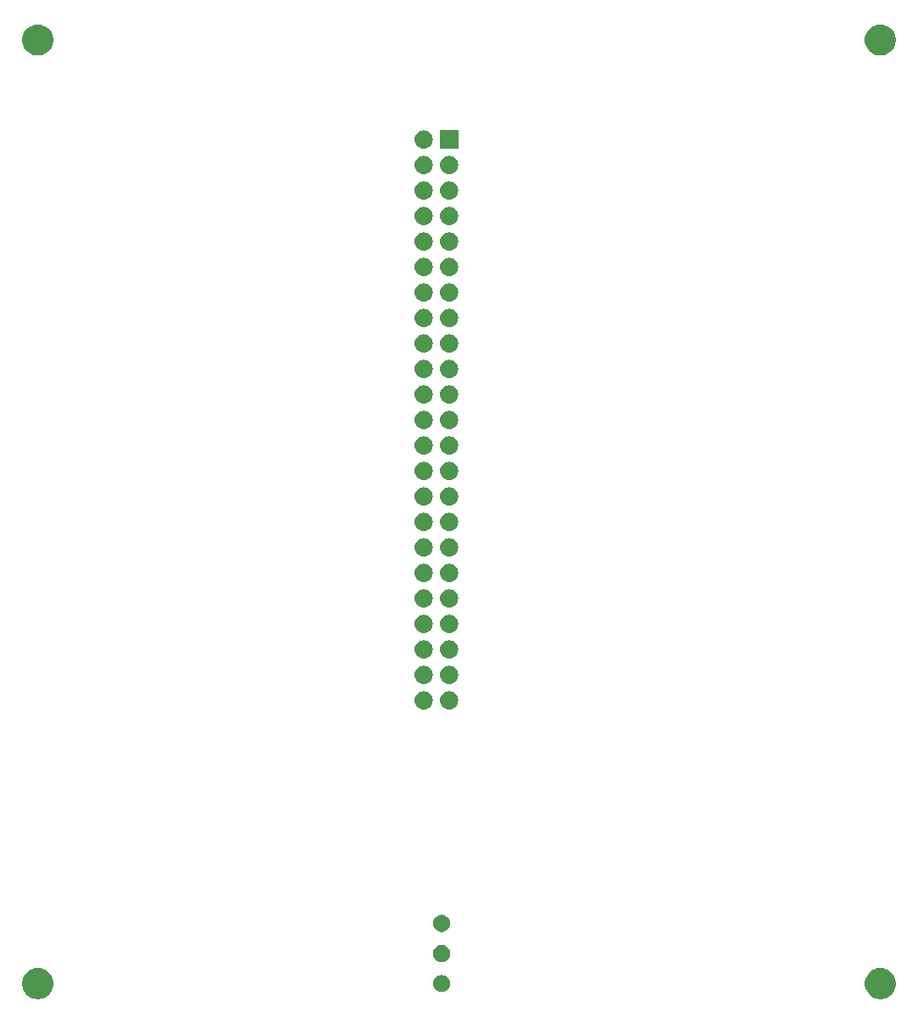
<source format=gbr>
G04 #@! TF.GenerationSoftware,KiCad,Pcbnew,(5.1.0-0)*
G04 #@! TF.CreationDate,2019-05-29T01:55:44-04:00*
G04 #@! TF.ProjectId,MacBook Pro 2016-up Data Recovery Breakout Adapter,4d616342-6f6f-46b2-9050-726f20323031,rev?*
G04 #@! TF.SameCoordinates,Original*
G04 #@! TF.FileFunction,Soldermask,Bot*
G04 #@! TF.FilePolarity,Negative*
%FSLAX46Y46*%
G04 Gerber Fmt 4.6, Leading zero omitted, Abs format (unit mm)*
G04 Created by KiCad (PCBNEW (5.1.0-0)) date 2019-05-29 01:55:44*
%MOMM*%
%LPD*%
G04 APERTURE LIST*
%ADD10C,0.100000*%
G04 APERTURE END LIST*
D10*
G36*
X192302585Y-134478802D02*
G01*
X192452411Y-134508604D01*
X192734677Y-134625522D01*
X192988705Y-134795259D01*
X193204741Y-135011295D01*
X193374478Y-135265323D01*
X193491396Y-135547589D01*
X193551000Y-135847241D01*
X193551000Y-136152759D01*
X193491396Y-136452411D01*
X193374478Y-136734677D01*
X193204741Y-136988705D01*
X192988705Y-137204741D01*
X192734677Y-137374478D01*
X192452411Y-137491396D01*
X192302585Y-137521198D01*
X192152760Y-137551000D01*
X191847240Y-137551000D01*
X191697415Y-137521198D01*
X191547589Y-137491396D01*
X191265323Y-137374478D01*
X191011295Y-137204741D01*
X190795259Y-136988705D01*
X190625522Y-136734677D01*
X190508604Y-136452411D01*
X190449000Y-136152759D01*
X190449000Y-135847241D01*
X190508604Y-135547589D01*
X190625522Y-135265323D01*
X190795259Y-135011295D01*
X191011295Y-134795259D01*
X191265323Y-134625522D01*
X191547589Y-134508604D01*
X191697415Y-134478802D01*
X191847240Y-134449000D01*
X192152760Y-134449000D01*
X192302585Y-134478802D01*
X192302585Y-134478802D01*
G37*
G36*
X108302585Y-134478802D02*
G01*
X108452411Y-134508604D01*
X108734677Y-134625522D01*
X108988705Y-134795259D01*
X109204741Y-135011295D01*
X109374478Y-135265323D01*
X109491396Y-135547589D01*
X109551000Y-135847241D01*
X109551000Y-136152759D01*
X109491396Y-136452411D01*
X109374478Y-136734677D01*
X109204741Y-136988705D01*
X108988705Y-137204741D01*
X108734677Y-137374478D01*
X108452411Y-137491396D01*
X108302585Y-137521198D01*
X108152760Y-137551000D01*
X107847240Y-137551000D01*
X107697415Y-137521198D01*
X107547589Y-137491396D01*
X107265323Y-137374478D01*
X107011295Y-137204741D01*
X106795259Y-136988705D01*
X106625522Y-136734677D01*
X106508604Y-136452411D01*
X106449000Y-136152759D01*
X106449000Y-135847241D01*
X106508604Y-135547589D01*
X106625522Y-135265323D01*
X106795259Y-135011295D01*
X107011295Y-134795259D01*
X107265323Y-134625522D01*
X107547589Y-134508604D01*
X107697415Y-134478802D01*
X107847240Y-134449000D01*
X108152760Y-134449000D01*
X108302585Y-134478802D01*
X108302585Y-134478802D01*
G37*
G36*
X148416022Y-135165351D02*
G01*
X148498228Y-135181703D01*
X148653100Y-135245853D01*
X148653102Y-135245854D01*
X148792481Y-135338984D01*
X148911016Y-135457519D01*
X149004146Y-135596898D01*
X149068297Y-135751773D01*
X149101000Y-135916183D01*
X149101000Y-136083817D01*
X149068297Y-136248227D01*
X149004146Y-136403102D01*
X148911016Y-136542481D01*
X148792481Y-136661016D01*
X148653102Y-136754146D01*
X148653101Y-136754147D01*
X148653100Y-136754147D01*
X148498228Y-136818297D01*
X148416022Y-136834648D01*
X148333817Y-136851000D01*
X148166183Y-136851000D01*
X148083978Y-136834648D01*
X148001772Y-136818297D01*
X147846900Y-136754147D01*
X147846899Y-136754147D01*
X147846898Y-136754146D01*
X147707519Y-136661016D01*
X147588984Y-136542481D01*
X147495854Y-136403102D01*
X147431703Y-136248227D01*
X147399000Y-136083817D01*
X147399000Y-135916183D01*
X147431703Y-135751773D01*
X147495854Y-135596898D01*
X147588984Y-135457519D01*
X147707519Y-135338984D01*
X147846898Y-135245854D01*
X147846900Y-135245853D01*
X148001772Y-135181703D01*
X148083978Y-135165351D01*
X148166183Y-135149000D01*
X148333817Y-135149000D01*
X148416022Y-135165351D01*
X148416022Y-135165351D01*
G37*
G36*
X148416022Y-132165351D02*
G01*
X148498228Y-132181703D01*
X148653100Y-132245853D01*
X148653102Y-132245854D01*
X148792481Y-132338984D01*
X148911016Y-132457519D01*
X149004146Y-132596898D01*
X149068297Y-132751773D01*
X149101000Y-132916183D01*
X149101000Y-133083817D01*
X149068297Y-133248227D01*
X149004146Y-133403102D01*
X148911016Y-133542481D01*
X148792481Y-133661016D01*
X148653102Y-133754146D01*
X148653101Y-133754147D01*
X148653100Y-133754147D01*
X148498228Y-133818297D01*
X148416022Y-133834649D01*
X148333817Y-133851000D01*
X148166183Y-133851000D01*
X148083978Y-133834649D01*
X148001772Y-133818297D01*
X147846900Y-133754147D01*
X147846899Y-133754147D01*
X147846898Y-133754146D01*
X147707519Y-133661016D01*
X147588984Y-133542481D01*
X147495854Y-133403102D01*
X147431703Y-133248227D01*
X147399000Y-133083817D01*
X147399000Y-132916183D01*
X147431703Y-132751773D01*
X147495854Y-132596898D01*
X147588984Y-132457519D01*
X147707519Y-132338984D01*
X147846898Y-132245854D01*
X147846900Y-132245853D01*
X148001772Y-132181703D01*
X148083978Y-132165351D01*
X148166183Y-132149000D01*
X148333817Y-132149000D01*
X148416022Y-132165351D01*
X148416022Y-132165351D01*
G37*
G36*
X148416022Y-129165351D02*
G01*
X148498228Y-129181703D01*
X148653100Y-129245853D01*
X148653102Y-129245854D01*
X148792481Y-129338984D01*
X148911016Y-129457519D01*
X149004146Y-129596898D01*
X149068297Y-129751773D01*
X149101000Y-129916183D01*
X149101000Y-130083817D01*
X149068297Y-130248227D01*
X149004146Y-130403102D01*
X148911016Y-130542481D01*
X148792481Y-130661016D01*
X148653102Y-130754146D01*
X148653101Y-130754147D01*
X148653100Y-130754147D01*
X148498228Y-130818297D01*
X148416022Y-130834649D01*
X148333817Y-130851000D01*
X148166183Y-130851000D01*
X148083978Y-130834649D01*
X148001772Y-130818297D01*
X147846900Y-130754147D01*
X147846899Y-130754147D01*
X147846898Y-130754146D01*
X147707519Y-130661016D01*
X147588984Y-130542481D01*
X147495854Y-130403102D01*
X147431703Y-130248227D01*
X147399000Y-130083817D01*
X147399000Y-129916183D01*
X147431703Y-129751773D01*
X147495854Y-129596898D01*
X147588984Y-129457519D01*
X147707519Y-129338984D01*
X147846898Y-129245854D01*
X147846900Y-129245853D01*
X148001772Y-129181703D01*
X148083978Y-129165351D01*
X148166183Y-129149000D01*
X148333817Y-129149000D01*
X148416022Y-129165351D01*
X148416022Y-129165351D01*
G37*
G36*
X149176627Y-106892037D02*
G01*
X149346466Y-106943557D01*
X149346469Y-106943559D01*
X149346470Y-106943559D01*
X149502988Y-107027220D01*
X149502989Y-107027221D01*
X149502991Y-107027222D01*
X149640185Y-107139815D01*
X149752778Y-107277009D01*
X149836443Y-107433534D01*
X149887963Y-107603373D01*
X149905359Y-107780000D01*
X149887963Y-107956627D01*
X149836443Y-108126466D01*
X149752778Y-108282991D01*
X149640185Y-108420185D01*
X149502991Y-108532778D01*
X149502989Y-108532779D01*
X149502988Y-108532780D01*
X149346470Y-108616441D01*
X149346466Y-108616443D01*
X149176627Y-108667963D01*
X149044258Y-108681000D01*
X148955742Y-108681000D01*
X148823373Y-108667963D01*
X148653534Y-108616443D01*
X148653530Y-108616441D01*
X148497012Y-108532780D01*
X148497011Y-108532779D01*
X148497009Y-108532778D01*
X148359815Y-108420185D01*
X148247222Y-108282991D01*
X148163557Y-108126466D01*
X148112037Y-107956627D01*
X148094641Y-107780000D01*
X148112037Y-107603373D01*
X148163557Y-107433534D01*
X148247222Y-107277009D01*
X148359815Y-107139815D01*
X148497009Y-107027222D01*
X148497011Y-107027221D01*
X148497012Y-107027220D01*
X148653530Y-106943559D01*
X148653531Y-106943559D01*
X148653534Y-106943557D01*
X148823373Y-106892037D01*
X148955742Y-106879000D01*
X149044258Y-106879000D01*
X149176627Y-106892037D01*
X149176627Y-106892037D01*
G37*
G36*
X146636627Y-106892037D02*
G01*
X146806466Y-106943557D01*
X146806469Y-106943559D01*
X146806470Y-106943559D01*
X146962988Y-107027220D01*
X146962989Y-107027221D01*
X146962991Y-107027222D01*
X147100185Y-107139815D01*
X147212778Y-107277009D01*
X147296443Y-107433534D01*
X147347963Y-107603373D01*
X147365359Y-107780000D01*
X147347963Y-107956627D01*
X147296443Y-108126466D01*
X147212778Y-108282991D01*
X147100185Y-108420185D01*
X146962991Y-108532778D01*
X146962989Y-108532779D01*
X146962988Y-108532780D01*
X146806470Y-108616441D01*
X146806466Y-108616443D01*
X146636627Y-108667963D01*
X146504258Y-108681000D01*
X146415742Y-108681000D01*
X146283373Y-108667963D01*
X146113534Y-108616443D01*
X146113530Y-108616441D01*
X145957012Y-108532780D01*
X145957011Y-108532779D01*
X145957009Y-108532778D01*
X145819815Y-108420185D01*
X145707222Y-108282991D01*
X145623557Y-108126466D01*
X145572037Y-107956627D01*
X145554641Y-107780000D01*
X145572037Y-107603373D01*
X145623557Y-107433534D01*
X145707222Y-107277009D01*
X145819815Y-107139815D01*
X145957009Y-107027222D01*
X145957011Y-107027221D01*
X145957012Y-107027220D01*
X146113530Y-106943559D01*
X146113531Y-106943559D01*
X146113534Y-106943557D01*
X146283373Y-106892037D01*
X146415742Y-106879000D01*
X146504258Y-106879000D01*
X146636627Y-106892037D01*
X146636627Y-106892037D01*
G37*
G36*
X149176627Y-104352037D02*
G01*
X149346466Y-104403557D01*
X149346469Y-104403559D01*
X149346470Y-104403559D01*
X149502988Y-104487220D01*
X149502989Y-104487221D01*
X149502991Y-104487222D01*
X149640185Y-104599815D01*
X149752778Y-104737009D01*
X149836443Y-104893534D01*
X149887963Y-105063373D01*
X149905359Y-105240000D01*
X149887963Y-105416627D01*
X149836443Y-105586466D01*
X149752778Y-105742991D01*
X149640185Y-105880185D01*
X149502991Y-105992778D01*
X149502989Y-105992779D01*
X149502988Y-105992780D01*
X149346470Y-106076441D01*
X149346466Y-106076443D01*
X149176627Y-106127963D01*
X149044258Y-106141000D01*
X148955742Y-106141000D01*
X148823373Y-106127963D01*
X148653534Y-106076443D01*
X148653530Y-106076441D01*
X148497012Y-105992780D01*
X148497011Y-105992779D01*
X148497009Y-105992778D01*
X148359815Y-105880185D01*
X148247222Y-105742991D01*
X148163557Y-105586466D01*
X148112037Y-105416627D01*
X148094641Y-105240000D01*
X148112037Y-105063373D01*
X148163557Y-104893534D01*
X148247222Y-104737009D01*
X148359815Y-104599815D01*
X148497009Y-104487222D01*
X148497011Y-104487221D01*
X148497012Y-104487220D01*
X148653530Y-104403559D01*
X148653531Y-104403559D01*
X148653534Y-104403557D01*
X148823373Y-104352037D01*
X148955742Y-104339000D01*
X149044258Y-104339000D01*
X149176627Y-104352037D01*
X149176627Y-104352037D01*
G37*
G36*
X146636627Y-104352037D02*
G01*
X146806466Y-104403557D01*
X146806469Y-104403559D01*
X146806470Y-104403559D01*
X146962988Y-104487220D01*
X146962989Y-104487221D01*
X146962991Y-104487222D01*
X147100185Y-104599815D01*
X147212778Y-104737009D01*
X147296443Y-104893534D01*
X147347963Y-105063373D01*
X147365359Y-105240000D01*
X147347963Y-105416627D01*
X147296443Y-105586466D01*
X147212778Y-105742991D01*
X147100185Y-105880185D01*
X146962991Y-105992778D01*
X146962989Y-105992779D01*
X146962988Y-105992780D01*
X146806470Y-106076441D01*
X146806466Y-106076443D01*
X146636627Y-106127963D01*
X146504258Y-106141000D01*
X146415742Y-106141000D01*
X146283373Y-106127963D01*
X146113534Y-106076443D01*
X146113530Y-106076441D01*
X145957012Y-105992780D01*
X145957011Y-105992779D01*
X145957009Y-105992778D01*
X145819815Y-105880185D01*
X145707222Y-105742991D01*
X145623557Y-105586466D01*
X145572037Y-105416627D01*
X145554641Y-105240000D01*
X145572037Y-105063373D01*
X145623557Y-104893534D01*
X145707222Y-104737009D01*
X145819815Y-104599815D01*
X145957009Y-104487222D01*
X145957011Y-104487221D01*
X145957012Y-104487220D01*
X146113530Y-104403559D01*
X146113531Y-104403559D01*
X146113534Y-104403557D01*
X146283373Y-104352037D01*
X146415742Y-104339000D01*
X146504258Y-104339000D01*
X146636627Y-104352037D01*
X146636627Y-104352037D01*
G37*
G36*
X149176627Y-101812037D02*
G01*
X149346466Y-101863557D01*
X149346469Y-101863559D01*
X149346470Y-101863559D01*
X149502988Y-101947220D01*
X149502989Y-101947221D01*
X149502991Y-101947222D01*
X149640185Y-102059815D01*
X149752778Y-102197009D01*
X149836443Y-102353534D01*
X149887963Y-102523373D01*
X149905359Y-102700000D01*
X149887963Y-102876627D01*
X149836443Y-103046466D01*
X149752778Y-103202991D01*
X149640185Y-103340185D01*
X149502991Y-103452778D01*
X149502989Y-103452779D01*
X149502988Y-103452780D01*
X149346470Y-103536441D01*
X149346466Y-103536443D01*
X149176627Y-103587963D01*
X149044258Y-103601000D01*
X148955742Y-103601000D01*
X148823373Y-103587963D01*
X148653534Y-103536443D01*
X148653530Y-103536441D01*
X148497012Y-103452780D01*
X148497011Y-103452779D01*
X148497009Y-103452778D01*
X148359815Y-103340185D01*
X148247222Y-103202991D01*
X148163557Y-103046466D01*
X148112037Y-102876627D01*
X148094641Y-102700000D01*
X148112037Y-102523373D01*
X148163557Y-102353534D01*
X148247222Y-102197009D01*
X148359815Y-102059815D01*
X148497009Y-101947222D01*
X148497011Y-101947221D01*
X148497012Y-101947220D01*
X148653530Y-101863559D01*
X148653531Y-101863559D01*
X148653534Y-101863557D01*
X148823373Y-101812037D01*
X148955742Y-101799000D01*
X149044258Y-101799000D01*
X149176627Y-101812037D01*
X149176627Y-101812037D01*
G37*
G36*
X146636627Y-101812037D02*
G01*
X146806466Y-101863557D01*
X146806469Y-101863559D01*
X146806470Y-101863559D01*
X146962988Y-101947220D01*
X146962989Y-101947221D01*
X146962991Y-101947222D01*
X147100185Y-102059815D01*
X147212778Y-102197009D01*
X147296443Y-102353534D01*
X147347963Y-102523373D01*
X147365359Y-102700000D01*
X147347963Y-102876627D01*
X147296443Y-103046466D01*
X147212778Y-103202991D01*
X147100185Y-103340185D01*
X146962991Y-103452778D01*
X146962989Y-103452779D01*
X146962988Y-103452780D01*
X146806470Y-103536441D01*
X146806466Y-103536443D01*
X146636627Y-103587963D01*
X146504258Y-103601000D01*
X146415742Y-103601000D01*
X146283373Y-103587963D01*
X146113534Y-103536443D01*
X146113530Y-103536441D01*
X145957012Y-103452780D01*
X145957011Y-103452779D01*
X145957009Y-103452778D01*
X145819815Y-103340185D01*
X145707222Y-103202991D01*
X145623557Y-103046466D01*
X145572037Y-102876627D01*
X145554641Y-102700000D01*
X145572037Y-102523373D01*
X145623557Y-102353534D01*
X145707222Y-102197009D01*
X145819815Y-102059815D01*
X145957009Y-101947222D01*
X145957011Y-101947221D01*
X145957012Y-101947220D01*
X146113530Y-101863559D01*
X146113531Y-101863559D01*
X146113534Y-101863557D01*
X146283373Y-101812037D01*
X146415742Y-101799000D01*
X146504258Y-101799000D01*
X146636627Y-101812037D01*
X146636627Y-101812037D01*
G37*
G36*
X149176627Y-99272037D02*
G01*
X149346466Y-99323557D01*
X149346469Y-99323559D01*
X149346470Y-99323559D01*
X149502988Y-99407220D01*
X149502989Y-99407221D01*
X149502991Y-99407222D01*
X149640185Y-99519815D01*
X149752778Y-99657009D01*
X149836443Y-99813534D01*
X149887963Y-99983373D01*
X149905359Y-100160000D01*
X149887963Y-100336627D01*
X149836443Y-100506466D01*
X149752778Y-100662991D01*
X149640185Y-100800185D01*
X149502991Y-100912778D01*
X149502989Y-100912779D01*
X149502988Y-100912780D01*
X149346470Y-100996441D01*
X149346466Y-100996443D01*
X149176627Y-101047963D01*
X149044258Y-101061000D01*
X148955742Y-101061000D01*
X148823373Y-101047963D01*
X148653534Y-100996443D01*
X148653530Y-100996441D01*
X148497012Y-100912780D01*
X148497011Y-100912779D01*
X148497009Y-100912778D01*
X148359815Y-100800185D01*
X148247222Y-100662991D01*
X148163557Y-100506466D01*
X148112037Y-100336627D01*
X148094641Y-100160000D01*
X148112037Y-99983373D01*
X148163557Y-99813534D01*
X148247222Y-99657009D01*
X148359815Y-99519815D01*
X148497009Y-99407222D01*
X148497011Y-99407221D01*
X148497012Y-99407220D01*
X148653530Y-99323559D01*
X148653531Y-99323559D01*
X148653534Y-99323557D01*
X148823373Y-99272037D01*
X148955742Y-99259000D01*
X149044258Y-99259000D01*
X149176627Y-99272037D01*
X149176627Y-99272037D01*
G37*
G36*
X146636627Y-99272037D02*
G01*
X146806466Y-99323557D01*
X146806469Y-99323559D01*
X146806470Y-99323559D01*
X146962988Y-99407220D01*
X146962989Y-99407221D01*
X146962991Y-99407222D01*
X147100185Y-99519815D01*
X147212778Y-99657009D01*
X147296443Y-99813534D01*
X147347963Y-99983373D01*
X147365359Y-100160000D01*
X147347963Y-100336627D01*
X147296443Y-100506466D01*
X147212778Y-100662991D01*
X147100185Y-100800185D01*
X146962991Y-100912778D01*
X146962989Y-100912779D01*
X146962988Y-100912780D01*
X146806470Y-100996441D01*
X146806466Y-100996443D01*
X146636627Y-101047963D01*
X146504258Y-101061000D01*
X146415742Y-101061000D01*
X146283373Y-101047963D01*
X146113534Y-100996443D01*
X146113530Y-100996441D01*
X145957012Y-100912780D01*
X145957011Y-100912779D01*
X145957009Y-100912778D01*
X145819815Y-100800185D01*
X145707222Y-100662991D01*
X145623557Y-100506466D01*
X145572037Y-100336627D01*
X145554641Y-100160000D01*
X145572037Y-99983373D01*
X145623557Y-99813534D01*
X145707222Y-99657009D01*
X145819815Y-99519815D01*
X145957009Y-99407222D01*
X145957011Y-99407221D01*
X145957012Y-99407220D01*
X146113530Y-99323559D01*
X146113531Y-99323559D01*
X146113534Y-99323557D01*
X146283373Y-99272037D01*
X146415742Y-99259000D01*
X146504258Y-99259000D01*
X146636627Y-99272037D01*
X146636627Y-99272037D01*
G37*
G36*
X149176627Y-96732037D02*
G01*
X149346466Y-96783557D01*
X149346469Y-96783559D01*
X149346470Y-96783559D01*
X149502988Y-96867220D01*
X149502989Y-96867221D01*
X149502991Y-96867222D01*
X149640185Y-96979815D01*
X149752778Y-97117009D01*
X149836443Y-97273534D01*
X149887963Y-97443373D01*
X149905359Y-97620000D01*
X149887963Y-97796627D01*
X149836443Y-97966466D01*
X149752778Y-98122991D01*
X149640185Y-98260185D01*
X149502991Y-98372778D01*
X149502989Y-98372779D01*
X149502988Y-98372780D01*
X149346470Y-98456441D01*
X149346466Y-98456443D01*
X149176627Y-98507963D01*
X149044258Y-98521000D01*
X148955742Y-98521000D01*
X148823373Y-98507963D01*
X148653534Y-98456443D01*
X148653530Y-98456441D01*
X148497012Y-98372780D01*
X148497011Y-98372779D01*
X148497009Y-98372778D01*
X148359815Y-98260185D01*
X148247222Y-98122991D01*
X148163557Y-97966466D01*
X148112037Y-97796627D01*
X148094641Y-97620000D01*
X148112037Y-97443373D01*
X148163557Y-97273534D01*
X148247222Y-97117009D01*
X148359815Y-96979815D01*
X148497009Y-96867222D01*
X148497011Y-96867221D01*
X148497012Y-96867220D01*
X148653530Y-96783559D01*
X148653531Y-96783559D01*
X148653534Y-96783557D01*
X148823373Y-96732037D01*
X148955742Y-96719000D01*
X149044258Y-96719000D01*
X149176627Y-96732037D01*
X149176627Y-96732037D01*
G37*
G36*
X146636627Y-96732037D02*
G01*
X146806466Y-96783557D01*
X146806469Y-96783559D01*
X146806470Y-96783559D01*
X146962988Y-96867220D01*
X146962989Y-96867221D01*
X146962991Y-96867222D01*
X147100185Y-96979815D01*
X147212778Y-97117009D01*
X147296443Y-97273534D01*
X147347963Y-97443373D01*
X147365359Y-97620000D01*
X147347963Y-97796627D01*
X147296443Y-97966466D01*
X147212778Y-98122991D01*
X147100185Y-98260185D01*
X146962991Y-98372778D01*
X146962989Y-98372779D01*
X146962988Y-98372780D01*
X146806470Y-98456441D01*
X146806466Y-98456443D01*
X146636627Y-98507963D01*
X146504258Y-98521000D01*
X146415742Y-98521000D01*
X146283373Y-98507963D01*
X146113534Y-98456443D01*
X146113530Y-98456441D01*
X145957012Y-98372780D01*
X145957011Y-98372779D01*
X145957009Y-98372778D01*
X145819815Y-98260185D01*
X145707222Y-98122991D01*
X145623557Y-97966466D01*
X145572037Y-97796627D01*
X145554641Y-97620000D01*
X145572037Y-97443373D01*
X145623557Y-97273534D01*
X145707222Y-97117009D01*
X145819815Y-96979815D01*
X145957009Y-96867222D01*
X145957011Y-96867221D01*
X145957012Y-96867220D01*
X146113530Y-96783559D01*
X146113531Y-96783559D01*
X146113534Y-96783557D01*
X146283373Y-96732037D01*
X146415742Y-96719000D01*
X146504258Y-96719000D01*
X146636627Y-96732037D01*
X146636627Y-96732037D01*
G37*
G36*
X149176627Y-94192037D02*
G01*
X149346466Y-94243557D01*
X149346469Y-94243559D01*
X149346470Y-94243559D01*
X149502988Y-94327220D01*
X149502989Y-94327221D01*
X149502991Y-94327222D01*
X149640185Y-94439815D01*
X149752778Y-94577009D01*
X149836443Y-94733534D01*
X149887963Y-94903373D01*
X149905359Y-95080000D01*
X149887963Y-95256627D01*
X149836443Y-95426466D01*
X149752778Y-95582991D01*
X149640185Y-95720185D01*
X149502991Y-95832778D01*
X149502989Y-95832779D01*
X149502988Y-95832780D01*
X149346470Y-95916441D01*
X149346466Y-95916443D01*
X149176627Y-95967963D01*
X149044258Y-95981000D01*
X148955742Y-95981000D01*
X148823373Y-95967963D01*
X148653534Y-95916443D01*
X148653530Y-95916441D01*
X148497012Y-95832780D01*
X148497011Y-95832779D01*
X148497009Y-95832778D01*
X148359815Y-95720185D01*
X148247222Y-95582991D01*
X148163557Y-95426466D01*
X148112037Y-95256627D01*
X148094641Y-95080000D01*
X148112037Y-94903373D01*
X148163557Y-94733534D01*
X148247222Y-94577009D01*
X148359815Y-94439815D01*
X148497009Y-94327222D01*
X148497011Y-94327221D01*
X148497012Y-94327220D01*
X148653530Y-94243559D01*
X148653531Y-94243559D01*
X148653534Y-94243557D01*
X148823373Y-94192037D01*
X148955742Y-94179000D01*
X149044258Y-94179000D01*
X149176627Y-94192037D01*
X149176627Y-94192037D01*
G37*
G36*
X146636627Y-94192037D02*
G01*
X146806466Y-94243557D01*
X146806469Y-94243559D01*
X146806470Y-94243559D01*
X146962988Y-94327220D01*
X146962989Y-94327221D01*
X146962991Y-94327222D01*
X147100185Y-94439815D01*
X147212778Y-94577009D01*
X147296443Y-94733534D01*
X147347963Y-94903373D01*
X147365359Y-95080000D01*
X147347963Y-95256627D01*
X147296443Y-95426466D01*
X147212778Y-95582991D01*
X147100185Y-95720185D01*
X146962991Y-95832778D01*
X146962989Y-95832779D01*
X146962988Y-95832780D01*
X146806470Y-95916441D01*
X146806466Y-95916443D01*
X146636627Y-95967963D01*
X146504258Y-95981000D01*
X146415742Y-95981000D01*
X146283373Y-95967963D01*
X146113534Y-95916443D01*
X146113530Y-95916441D01*
X145957012Y-95832780D01*
X145957011Y-95832779D01*
X145957009Y-95832778D01*
X145819815Y-95720185D01*
X145707222Y-95582991D01*
X145623557Y-95426466D01*
X145572037Y-95256627D01*
X145554641Y-95080000D01*
X145572037Y-94903373D01*
X145623557Y-94733534D01*
X145707222Y-94577009D01*
X145819815Y-94439815D01*
X145957009Y-94327222D01*
X145957011Y-94327221D01*
X145957012Y-94327220D01*
X146113530Y-94243559D01*
X146113531Y-94243559D01*
X146113534Y-94243557D01*
X146283373Y-94192037D01*
X146415742Y-94179000D01*
X146504258Y-94179000D01*
X146636627Y-94192037D01*
X146636627Y-94192037D01*
G37*
G36*
X149176627Y-91652037D02*
G01*
X149346466Y-91703557D01*
X149346469Y-91703559D01*
X149346470Y-91703559D01*
X149502988Y-91787220D01*
X149502989Y-91787221D01*
X149502991Y-91787222D01*
X149640185Y-91899815D01*
X149752778Y-92037009D01*
X149836443Y-92193534D01*
X149887963Y-92363373D01*
X149905359Y-92540000D01*
X149887963Y-92716627D01*
X149836443Y-92886466D01*
X149752778Y-93042991D01*
X149640185Y-93180185D01*
X149502991Y-93292778D01*
X149502989Y-93292779D01*
X149502988Y-93292780D01*
X149346470Y-93376441D01*
X149346466Y-93376443D01*
X149176627Y-93427963D01*
X149044258Y-93441000D01*
X148955742Y-93441000D01*
X148823373Y-93427963D01*
X148653534Y-93376443D01*
X148653530Y-93376441D01*
X148497012Y-93292780D01*
X148497011Y-93292779D01*
X148497009Y-93292778D01*
X148359815Y-93180185D01*
X148247222Y-93042991D01*
X148163557Y-92886466D01*
X148112037Y-92716627D01*
X148094641Y-92540000D01*
X148112037Y-92363373D01*
X148163557Y-92193534D01*
X148247222Y-92037009D01*
X148359815Y-91899815D01*
X148497009Y-91787222D01*
X148497011Y-91787221D01*
X148497012Y-91787220D01*
X148653530Y-91703559D01*
X148653531Y-91703559D01*
X148653534Y-91703557D01*
X148823373Y-91652037D01*
X148955742Y-91639000D01*
X149044258Y-91639000D01*
X149176627Y-91652037D01*
X149176627Y-91652037D01*
G37*
G36*
X146636627Y-91652037D02*
G01*
X146806466Y-91703557D01*
X146806469Y-91703559D01*
X146806470Y-91703559D01*
X146962988Y-91787220D01*
X146962989Y-91787221D01*
X146962991Y-91787222D01*
X147100185Y-91899815D01*
X147212778Y-92037009D01*
X147296443Y-92193534D01*
X147347963Y-92363373D01*
X147365359Y-92540000D01*
X147347963Y-92716627D01*
X147296443Y-92886466D01*
X147212778Y-93042991D01*
X147100185Y-93180185D01*
X146962991Y-93292778D01*
X146962989Y-93292779D01*
X146962988Y-93292780D01*
X146806470Y-93376441D01*
X146806466Y-93376443D01*
X146636627Y-93427963D01*
X146504258Y-93441000D01*
X146415742Y-93441000D01*
X146283373Y-93427963D01*
X146113534Y-93376443D01*
X146113530Y-93376441D01*
X145957012Y-93292780D01*
X145957011Y-93292779D01*
X145957009Y-93292778D01*
X145819815Y-93180185D01*
X145707222Y-93042991D01*
X145623557Y-92886466D01*
X145572037Y-92716627D01*
X145554641Y-92540000D01*
X145572037Y-92363373D01*
X145623557Y-92193534D01*
X145707222Y-92037009D01*
X145819815Y-91899815D01*
X145957009Y-91787222D01*
X145957011Y-91787221D01*
X145957012Y-91787220D01*
X146113530Y-91703559D01*
X146113531Y-91703559D01*
X146113534Y-91703557D01*
X146283373Y-91652037D01*
X146415742Y-91639000D01*
X146504258Y-91639000D01*
X146636627Y-91652037D01*
X146636627Y-91652037D01*
G37*
G36*
X146636627Y-89112037D02*
G01*
X146806466Y-89163557D01*
X146806469Y-89163559D01*
X146806470Y-89163559D01*
X146962988Y-89247220D01*
X146962989Y-89247221D01*
X146962991Y-89247222D01*
X147100185Y-89359815D01*
X147212778Y-89497009D01*
X147296443Y-89653534D01*
X147347963Y-89823373D01*
X147365359Y-90000000D01*
X147347963Y-90176627D01*
X147296443Y-90346466D01*
X147212778Y-90502991D01*
X147100185Y-90640185D01*
X146962991Y-90752778D01*
X146962989Y-90752779D01*
X146962988Y-90752780D01*
X146806470Y-90836441D01*
X146806466Y-90836443D01*
X146636627Y-90887963D01*
X146504258Y-90901000D01*
X146415742Y-90901000D01*
X146283373Y-90887963D01*
X146113534Y-90836443D01*
X146113530Y-90836441D01*
X145957012Y-90752780D01*
X145957011Y-90752779D01*
X145957009Y-90752778D01*
X145819815Y-90640185D01*
X145707222Y-90502991D01*
X145623557Y-90346466D01*
X145572037Y-90176627D01*
X145554641Y-90000000D01*
X145572037Y-89823373D01*
X145623557Y-89653534D01*
X145707222Y-89497009D01*
X145819815Y-89359815D01*
X145957009Y-89247222D01*
X145957011Y-89247221D01*
X145957012Y-89247220D01*
X146113530Y-89163559D01*
X146113531Y-89163559D01*
X146113534Y-89163557D01*
X146283373Y-89112037D01*
X146415742Y-89099000D01*
X146504258Y-89099000D01*
X146636627Y-89112037D01*
X146636627Y-89112037D01*
G37*
G36*
X149176627Y-89112037D02*
G01*
X149346466Y-89163557D01*
X149346469Y-89163559D01*
X149346470Y-89163559D01*
X149502988Y-89247220D01*
X149502989Y-89247221D01*
X149502991Y-89247222D01*
X149640185Y-89359815D01*
X149752778Y-89497009D01*
X149836443Y-89653534D01*
X149887963Y-89823373D01*
X149905359Y-90000000D01*
X149887963Y-90176627D01*
X149836443Y-90346466D01*
X149752778Y-90502991D01*
X149640185Y-90640185D01*
X149502991Y-90752778D01*
X149502989Y-90752779D01*
X149502988Y-90752780D01*
X149346470Y-90836441D01*
X149346466Y-90836443D01*
X149176627Y-90887963D01*
X149044258Y-90901000D01*
X148955742Y-90901000D01*
X148823373Y-90887963D01*
X148653534Y-90836443D01*
X148653530Y-90836441D01*
X148497012Y-90752780D01*
X148497011Y-90752779D01*
X148497009Y-90752778D01*
X148359815Y-90640185D01*
X148247222Y-90502991D01*
X148163557Y-90346466D01*
X148112037Y-90176627D01*
X148094641Y-90000000D01*
X148112037Y-89823373D01*
X148163557Y-89653534D01*
X148247222Y-89497009D01*
X148359815Y-89359815D01*
X148497009Y-89247222D01*
X148497011Y-89247221D01*
X148497012Y-89247220D01*
X148653530Y-89163559D01*
X148653531Y-89163559D01*
X148653534Y-89163557D01*
X148823373Y-89112037D01*
X148955742Y-89099000D01*
X149044258Y-89099000D01*
X149176627Y-89112037D01*
X149176627Y-89112037D01*
G37*
G36*
X146636627Y-86572037D02*
G01*
X146806466Y-86623557D01*
X146806469Y-86623559D01*
X146806470Y-86623559D01*
X146962988Y-86707220D01*
X146962989Y-86707221D01*
X146962991Y-86707222D01*
X147100185Y-86819815D01*
X147212778Y-86957009D01*
X147296443Y-87113534D01*
X147347963Y-87283373D01*
X147365359Y-87460000D01*
X147347963Y-87636627D01*
X147296443Y-87806466D01*
X147212778Y-87962991D01*
X147100185Y-88100185D01*
X146962991Y-88212778D01*
X146962989Y-88212779D01*
X146962988Y-88212780D01*
X146806470Y-88296441D01*
X146806466Y-88296443D01*
X146636627Y-88347963D01*
X146504258Y-88361000D01*
X146415742Y-88361000D01*
X146283373Y-88347963D01*
X146113534Y-88296443D01*
X146113530Y-88296441D01*
X145957012Y-88212780D01*
X145957011Y-88212779D01*
X145957009Y-88212778D01*
X145819815Y-88100185D01*
X145707222Y-87962991D01*
X145623557Y-87806466D01*
X145572037Y-87636627D01*
X145554641Y-87460000D01*
X145572037Y-87283373D01*
X145623557Y-87113534D01*
X145707222Y-86957009D01*
X145819815Y-86819815D01*
X145957009Y-86707222D01*
X145957011Y-86707221D01*
X145957012Y-86707220D01*
X146113530Y-86623559D01*
X146113531Y-86623559D01*
X146113534Y-86623557D01*
X146283373Y-86572037D01*
X146415742Y-86559000D01*
X146504258Y-86559000D01*
X146636627Y-86572037D01*
X146636627Y-86572037D01*
G37*
G36*
X149176627Y-86572037D02*
G01*
X149346466Y-86623557D01*
X149346469Y-86623559D01*
X149346470Y-86623559D01*
X149502988Y-86707220D01*
X149502989Y-86707221D01*
X149502991Y-86707222D01*
X149640185Y-86819815D01*
X149752778Y-86957009D01*
X149836443Y-87113534D01*
X149887963Y-87283373D01*
X149905359Y-87460000D01*
X149887963Y-87636627D01*
X149836443Y-87806466D01*
X149752778Y-87962991D01*
X149640185Y-88100185D01*
X149502991Y-88212778D01*
X149502989Y-88212779D01*
X149502988Y-88212780D01*
X149346470Y-88296441D01*
X149346466Y-88296443D01*
X149176627Y-88347963D01*
X149044258Y-88361000D01*
X148955742Y-88361000D01*
X148823373Y-88347963D01*
X148653534Y-88296443D01*
X148653530Y-88296441D01*
X148497012Y-88212780D01*
X148497011Y-88212779D01*
X148497009Y-88212778D01*
X148359815Y-88100185D01*
X148247222Y-87962991D01*
X148163557Y-87806466D01*
X148112037Y-87636627D01*
X148094641Y-87460000D01*
X148112037Y-87283373D01*
X148163557Y-87113534D01*
X148247222Y-86957009D01*
X148359815Y-86819815D01*
X148497009Y-86707222D01*
X148497011Y-86707221D01*
X148497012Y-86707220D01*
X148653530Y-86623559D01*
X148653531Y-86623559D01*
X148653534Y-86623557D01*
X148823373Y-86572037D01*
X148955742Y-86559000D01*
X149044258Y-86559000D01*
X149176627Y-86572037D01*
X149176627Y-86572037D01*
G37*
G36*
X146636627Y-84032037D02*
G01*
X146806466Y-84083557D01*
X146806469Y-84083559D01*
X146806470Y-84083559D01*
X146962988Y-84167220D01*
X146962989Y-84167221D01*
X146962991Y-84167222D01*
X147100185Y-84279815D01*
X147212778Y-84417009D01*
X147296443Y-84573534D01*
X147347963Y-84743373D01*
X147365359Y-84920000D01*
X147347963Y-85096627D01*
X147296443Y-85266466D01*
X147212778Y-85422991D01*
X147100185Y-85560185D01*
X146962991Y-85672778D01*
X146962989Y-85672779D01*
X146962988Y-85672780D01*
X146806470Y-85756441D01*
X146806466Y-85756443D01*
X146636627Y-85807963D01*
X146504258Y-85821000D01*
X146415742Y-85821000D01*
X146283373Y-85807963D01*
X146113534Y-85756443D01*
X146113530Y-85756441D01*
X145957012Y-85672780D01*
X145957011Y-85672779D01*
X145957009Y-85672778D01*
X145819815Y-85560185D01*
X145707222Y-85422991D01*
X145623557Y-85266466D01*
X145572037Y-85096627D01*
X145554641Y-84920000D01*
X145572037Y-84743373D01*
X145623557Y-84573534D01*
X145707222Y-84417009D01*
X145819815Y-84279815D01*
X145957009Y-84167222D01*
X145957011Y-84167221D01*
X145957012Y-84167220D01*
X146113530Y-84083559D01*
X146113531Y-84083559D01*
X146113534Y-84083557D01*
X146283373Y-84032037D01*
X146415742Y-84019000D01*
X146504258Y-84019000D01*
X146636627Y-84032037D01*
X146636627Y-84032037D01*
G37*
G36*
X149176627Y-84032037D02*
G01*
X149346466Y-84083557D01*
X149346469Y-84083559D01*
X149346470Y-84083559D01*
X149502988Y-84167220D01*
X149502989Y-84167221D01*
X149502991Y-84167222D01*
X149640185Y-84279815D01*
X149752778Y-84417009D01*
X149836443Y-84573534D01*
X149887963Y-84743373D01*
X149905359Y-84920000D01*
X149887963Y-85096627D01*
X149836443Y-85266466D01*
X149752778Y-85422991D01*
X149640185Y-85560185D01*
X149502991Y-85672778D01*
X149502989Y-85672779D01*
X149502988Y-85672780D01*
X149346470Y-85756441D01*
X149346466Y-85756443D01*
X149176627Y-85807963D01*
X149044258Y-85821000D01*
X148955742Y-85821000D01*
X148823373Y-85807963D01*
X148653534Y-85756443D01*
X148653530Y-85756441D01*
X148497012Y-85672780D01*
X148497011Y-85672779D01*
X148497009Y-85672778D01*
X148359815Y-85560185D01*
X148247222Y-85422991D01*
X148163557Y-85266466D01*
X148112037Y-85096627D01*
X148094641Y-84920000D01*
X148112037Y-84743373D01*
X148163557Y-84573534D01*
X148247222Y-84417009D01*
X148359815Y-84279815D01*
X148497009Y-84167222D01*
X148497011Y-84167221D01*
X148497012Y-84167220D01*
X148653530Y-84083559D01*
X148653531Y-84083559D01*
X148653534Y-84083557D01*
X148823373Y-84032037D01*
X148955742Y-84019000D01*
X149044258Y-84019000D01*
X149176627Y-84032037D01*
X149176627Y-84032037D01*
G37*
G36*
X149176627Y-81492037D02*
G01*
X149346466Y-81543557D01*
X149346469Y-81543559D01*
X149346470Y-81543559D01*
X149502988Y-81627220D01*
X149502989Y-81627221D01*
X149502991Y-81627222D01*
X149640185Y-81739815D01*
X149752778Y-81877009D01*
X149836443Y-82033534D01*
X149887963Y-82203373D01*
X149905359Y-82380000D01*
X149887963Y-82556627D01*
X149836443Y-82726466D01*
X149752778Y-82882991D01*
X149640185Y-83020185D01*
X149502991Y-83132778D01*
X149502989Y-83132779D01*
X149502988Y-83132780D01*
X149346470Y-83216441D01*
X149346466Y-83216443D01*
X149176627Y-83267963D01*
X149044258Y-83281000D01*
X148955742Y-83281000D01*
X148823373Y-83267963D01*
X148653534Y-83216443D01*
X148653530Y-83216441D01*
X148497012Y-83132780D01*
X148497011Y-83132779D01*
X148497009Y-83132778D01*
X148359815Y-83020185D01*
X148247222Y-82882991D01*
X148163557Y-82726466D01*
X148112037Y-82556627D01*
X148094641Y-82380000D01*
X148112037Y-82203373D01*
X148163557Y-82033534D01*
X148247222Y-81877009D01*
X148359815Y-81739815D01*
X148497009Y-81627222D01*
X148497011Y-81627221D01*
X148497012Y-81627220D01*
X148653530Y-81543559D01*
X148653531Y-81543559D01*
X148653534Y-81543557D01*
X148823373Y-81492037D01*
X148955742Y-81479000D01*
X149044258Y-81479000D01*
X149176627Y-81492037D01*
X149176627Y-81492037D01*
G37*
G36*
X146636627Y-81492037D02*
G01*
X146806466Y-81543557D01*
X146806469Y-81543559D01*
X146806470Y-81543559D01*
X146962988Y-81627220D01*
X146962989Y-81627221D01*
X146962991Y-81627222D01*
X147100185Y-81739815D01*
X147212778Y-81877009D01*
X147296443Y-82033534D01*
X147347963Y-82203373D01*
X147365359Y-82380000D01*
X147347963Y-82556627D01*
X147296443Y-82726466D01*
X147212778Y-82882991D01*
X147100185Y-83020185D01*
X146962991Y-83132778D01*
X146962989Y-83132779D01*
X146962988Y-83132780D01*
X146806470Y-83216441D01*
X146806466Y-83216443D01*
X146636627Y-83267963D01*
X146504258Y-83281000D01*
X146415742Y-83281000D01*
X146283373Y-83267963D01*
X146113534Y-83216443D01*
X146113530Y-83216441D01*
X145957012Y-83132780D01*
X145957011Y-83132779D01*
X145957009Y-83132778D01*
X145819815Y-83020185D01*
X145707222Y-82882991D01*
X145623557Y-82726466D01*
X145572037Y-82556627D01*
X145554641Y-82380000D01*
X145572037Y-82203373D01*
X145623557Y-82033534D01*
X145707222Y-81877009D01*
X145819815Y-81739815D01*
X145957009Y-81627222D01*
X145957011Y-81627221D01*
X145957012Y-81627220D01*
X146113530Y-81543559D01*
X146113531Y-81543559D01*
X146113534Y-81543557D01*
X146283373Y-81492037D01*
X146415742Y-81479000D01*
X146504258Y-81479000D01*
X146636627Y-81492037D01*
X146636627Y-81492037D01*
G37*
G36*
X149176627Y-78952037D02*
G01*
X149346466Y-79003557D01*
X149346469Y-79003559D01*
X149346470Y-79003559D01*
X149502988Y-79087220D01*
X149502989Y-79087221D01*
X149502991Y-79087222D01*
X149640185Y-79199815D01*
X149752778Y-79337009D01*
X149836443Y-79493534D01*
X149887963Y-79663373D01*
X149905359Y-79840000D01*
X149887963Y-80016627D01*
X149836443Y-80186466D01*
X149752778Y-80342991D01*
X149640185Y-80480185D01*
X149502991Y-80592778D01*
X149502989Y-80592779D01*
X149502988Y-80592780D01*
X149346470Y-80676441D01*
X149346466Y-80676443D01*
X149176627Y-80727963D01*
X149044258Y-80741000D01*
X148955742Y-80741000D01*
X148823373Y-80727963D01*
X148653534Y-80676443D01*
X148653530Y-80676441D01*
X148497012Y-80592780D01*
X148497011Y-80592779D01*
X148497009Y-80592778D01*
X148359815Y-80480185D01*
X148247222Y-80342991D01*
X148163557Y-80186466D01*
X148112037Y-80016627D01*
X148094641Y-79840000D01*
X148112037Y-79663373D01*
X148163557Y-79493534D01*
X148247222Y-79337009D01*
X148359815Y-79199815D01*
X148497009Y-79087222D01*
X148497011Y-79087221D01*
X148497012Y-79087220D01*
X148653530Y-79003559D01*
X148653531Y-79003559D01*
X148653534Y-79003557D01*
X148823373Y-78952037D01*
X148955742Y-78939000D01*
X149044258Y-78939000D01*
X149176627Y-78952037D01*
X149176627Y-78952037D01*
G37*
G36*
X146636627Y-78952037D02*
G01*
X146806466Y-79003557D01*
X146806469Y-79003559D01*
X146806470Y-79003559D01*
X146962988Y-79087220D01*
X146962989Y-79087221D01*
X146962991Y-79087222D01*
X147100185Y-79199815D01*
X147212778Y-79337009D01*
X147296443Y-79493534D01*
X147347963Y-79663373D01*
X147365359Y-79840000D01*
X147347963Y-80016627D01*
X147296443Y-80186466D01*
X147212778Y-80342991D01*
X147100185Y-80480185D01*
X146962991Y-80592778D01*
X146962989Y-80592779D01*
X146962988Y-80592780D01*
X146806470Y-80676441D01*
X146806466Y-80676443D01*
X146636627Y-80727963D01*
X146504258Y-80741000D01*
X146415742Y-80741000D01*
X146283373Y-80727963D01*
X146113534Y-80676443D01*
X146113530Y-80676441D01*
X145957012Y-80592780D01*
X145957011Y-80592779D01*
X145957009Y-80592778D01*
X145819815Y-80480185D01*
X145707222Y-80342991D01*
X145623557Y-80186466D01*
X145572037Y-80016627D01*
X145554641Y-79840000D01*
X145572037Y-79663373D01*
X145623557Y-79493534D01*
X145707222Y-79337009D01*
X145819815Y-79199815D01*
X145957009Y-79087222D01*
X145957011Y-79087221D01*
X145957012Y-79087220D01*
X146113530Y-79003559D01*
X146113531Y-79003559D01*
X146113534Y-79003557D01*
X146283373Y-78952037D01*
X146415742Y-78939000D01*
X146504258Y-78939000D01*
X146636627Y-78952037D01*
X146636627Y-78952037D01*
G37*
G36*
X149176627Y-76412037D02*
G01*
X149346466Y-76463557D01*
X149346469Y-76463559D01*
X149346470Y-76463559D01*
X149502988Y-76547220D01*
X149502989Y-76547221D01*
X149502991Y-76547222D01*
X149640185Y-76659815D01*
X149752778Y-76797009D01*
X149836443Y-76953534D01*
X149887963Y-77123373D01*
X149905359Y-77300000D01*
X149887963Y-77476627D01*
X149836443Y-77646466D01*
X149752778Y-77802991D01*
X149640185Y-77940185D01*
X149502991Y-78052778D01*
X149502989Y-78052779D01*
X149502988Y-78052780D01*
X149346470Y-78136441D01*
X149346466Y-78136443D01*
X149176627Y-78187963D01*
X149044258Y-78201000D01*
X148955742Y-78201000D01*
X148823373Y-78187963D01*
X148653534Y-78136443D01*
X148653530Y-78136441D01*
X148497012Y-78052780D01*
X148497011Y-78052779D01*
X148497009Y-78052778D01*
X148359815Y-77940185D01*
X148247222Y-77802991D01*
X148163557Y-77646466D01*
X148112037Y-77476627D01*
X148094641Y-77300000D01*
X148112037Y-77123373D01*
X148163557Y-76953534D01*
X148247222Y-76797009D01*
X148359815Y-76659815D01*
X148497009Y-76547222D01*
X148497011Y-76547221D01*
X148497012Y-76547220D01*
X148653530Y-76463559D01*
X148653531Y-76463559D01*
X148653534Y-76463557D01*
X148823373Y-76412037D01*
X148955742Y-76399000D01*
X149044258Y-76399000D01*
X149176627Y-76412037D01*
X149176627Y-76412037D01*
G37*
G36*
X146636627Y-76412037D02*
G01*
X146806466Y-76463557D01*
X146806469Y-76463559D01*
X146806470Y-76463559D01*
X146962988Y-76547220D01*
X146962989Y-76547221D01*
X146962991Y-76547222D01*
X147100185Y-76659815D01*
X147212778Y-76797009D01*
X147296443Y-76953534D01*
X147347963Y-77123373D01*
X147365359Y-77300000D01*
X147347963Y-77476627D01*
X147296443Y-77646466D01*
X147212778Y-77802991D01*
X147100185Y-77940185D01*
X146962991Y-78052778D01*
X146962989Y-78052779D01*
X146962988Y-78052780D01*
X146806470Y-78136441D01*
X146806466Y-78136443D01*
X146636627Y-78187963D01*
X146504258Y-78201000D01*
X146415742Y-78201000D01*
X146283373Y-78187963D01*
X146113534Y-78136443D01*
X146113530Y-78136441D01*
X145957012Y-78052780D01*
X145957011Y-78052779D01*
X145957009Y-78052778D01*
X145819815Y-77940185D01*
X145707222Y-77802991D01*
X145623557Y-77646466D01*
X145572037Y-77476627D01*
X145554641Y-77300000D01*
X145572037Y-77123373D01*
X145623557Y-76953534D01*
X145707222Y-76797009D01*
X145819815Y-76659815D01*
X145957009Y-76547222D01*
X145957011Y-76547221D01*
X145957012Y-76547220D01*
X146113530Y-76463559D01*
X146113531Y-76463559D01*
X146113534Y-76463557D01*
X146283373Y-76412037D01*
X146415742Y-76399000D01*
X146504258Y-76399000D01*
X146636627Y-76412037D01*
X146636627Y-76412037D01*
G37*
G36*
X149176627Y-73872037D02*
G01*
X149346466Y-73923557D01*
X149346469Y-73923559D01*
X149346470Y-73923559D01*
X149502988Y-74007220D01*
X149502989Y-74007221D01*
X149502991Y-74007222D01*
X149640185Y-74119815D01*
X149752778Y-74257009D01*
X149836443Y-74413534D01*
X149887963Y-74583373D01*
X149905359Y-74760000D01*
X149887963Y-74936627D01*
X149836443Y-75106466D01*
X149752778Y-75262991D01*
X149640185Y-75400185D01*
X149502991Y-75512778D01*
X149502989Y-75512779D01*
X149502988Y-75512780D01*
X149346470Y-75596441D01*
X149346466Y-75596443D01*
X149176627Y-75647963D01*
X149044258Y-75661000D01*
X148955742Y-75661000D01*
X148823373Y-75647963D01*
X148653534Y-75596443D01*
X148653530Y-75596441D01*
X148497012Y-75512780D01*
X148497011Y-75512779D01*
X148497009Y-75512778D01*
X148359815Y-75400185D01*
X148247222Y-75262991D01*
X148163557Y-75106466D01*
X148112037Y-74936627D01*
X148094641Y-74760000D01*
X148112037Y-74583373D01*
X148163557Y-74413534D01*
X148247222Y-74257009D01*
X148359815Y-74119815D01*
X148497009Y-74007222D01*
X148497011Y-74007221D01*
X148497012Y-74007220D01*
X148653530Y-73923559D01*
X148653531Y-73923559D01*
X148653534Y-73923557D01*
X148823373Y-73872037D01*
X148955742Y-73859000D01*
X149044258Y-73859000D01*
X149176627Y-73872037D01*
X149176627Y-73872037D01*
G37*
G36*
X146636627Y-73872037D02*
G01*
X146806466Y-73923557D01*
X146806469Y-73923559D01*
X146806470Y-73923559D01*
X146962988Y-74007220D01*
X146962989Y-74007221D01*
X146962991Y-74007222D01*
X147100185Y-74119815D01*
X147212778Y-74257009D01*
X147296443Y-74413534D01*
X147347963Y-74583373D01*
X147365359Y-74760000D01*
X147347963Y-74936627D01*
X147296443Y-75106466D01*
X147212778Y-75262991D01*
X147100185Y-75400185D01*
X146962991Y-75512778D01*
X146962989Y-75512779D01*
X146962988Y-75512780D01*
X146806470Y-75596441D01*
X146806466Y-75596443D01*
X146636627Y-75647963D01*
X146504258Y-75661000D01*
X146415742Y-75661000D01*
X146283373Y-75647963D01*
X146113534Y-75596443D01*
X146113530Y-75596441D01*
X145957012Y-75512780D01*
X145957011Y-75512779D01*
X145957009Y-75512778D01*
X145819815Y-75400185D01*
X145707222Y-75262991D01*
X145623557Y-75106466D01*
X145572037Y-74936627D01*
X145554641Y-74760000D01*
X145572037Y-74583373D01*
X145623557Y-74413534D01*
X145707222Y-74257009D01*
X145819815Y-74119815D01*
X145957009Y-74007222D01*
X145957011Y-74007221D01*
X145957012Y-74007220D01*
X146113530Y-73923559D01*
X146113531Y-73923559D01*
X146113534Y-73923557D01*
X146283373Y-73872037D01*
X146415742Y-73859000D01*
X146504258Y-73859000D01*
X146636627Y-73872037D01*
X146636627Y-73872037D01*
G37*
G36*
X146636627Y-71332037D02*
G01*
X146806466Y-71383557D01*
X146806469Y-71383559D01*
X146806470Y-71383559D01*
X146962988Y-71467220D01*
X146962989Y-71467221D01*
X146962991Y-71467222D01*
X147100185Y-71579815D01*
X147212778Y-71717009D01*
X147296443Y-71873534D01*
X147347963Y-72043373D01*
X147365359Y-72220000D01*
X147347963Y-72396627D01*
X147296443Y-72566466D01*
X147212778Y-72722991D01*
X147100185Y-72860185D01*
X146962991Y-72972778D01*
X146962989Y-72972779D01*
X146962988Y-72972780D01*
X146806470Y-73056441D01*
X146806466Y-73056443D01*
X146636627Y-73107963D01*
X146504258Y-73121000D01*
X146415742Y-73121000D01*
X146283373Y-73107963D01*
X146113534Y-73056443D01*
X146113530Y-73056441D01*
X145957012Y-72972780D01*
X145957011Y-72972779D01*
X145957009Y-72972778D01*
X145819815Y-72860185D01*
X145707222Y-72722991D01*
X145623557Y-72566466D01*
X145572037Y-72396627D01*
X145554641Y-72220000D01*
X145572037Y-72043373D01*
X145623557Y-71873534D01*
X145707222Y-71717009D01*
X145819815Y-71579815D01*
X145957009Y-71467222D01*
X145957011Y-71467221D01*
X145957012Y-71467220D01*
X146113530Y-71383559D01*
X146113531Y-71383559D01*
X146113534Y-71383557D01*
X146283373Y-71332037D01*
X146415742Y-71319000D01*
X146504258Y-71319000D01*
X146636627Y-71332037D01*
X146636627Y-71332037D01*
G37*
G36*
X149176627Y-71332037D02*
G01*
X149346466Y-71383557D01*
X149346469Y-71383559D01*
X149346470Y-71383559D01*
X149502988Y-71467220D01*
X149502989Y-71467221D01*
X149502991Y-71467222D01*
X149640185Y-71579815D01*
X149752778Y-71717009D01*
X149836443Y-71873534D01*
X149887963Y-72043373D01*
X149905359Y-72220000D01*
X149887963Y-72396627D01*
X149836443Y-72566466D01*
X149752778Y-72722991D01*
X149640185Y-72860185D01*
X149502991Y-72972778D01*
X149502989Y-72972779D01*
X149502988Y-72972780D01*
X149346470Y-73056441D01*
X149346466Y-73056443D01*
X149176627Y-73107963D01*
X149044258Y-73121000D01*
X148955742Y-73121000D01*
X148823373Y-73107963D01*
X148653534Y-73056443D01*
X148653530Y-73056441D01*
X148497012Y-72972780D01*
X148497011Y-72972779D01*
X148497009Y-72972778D01*
X148359815Y-72860185D01*
X148247222Y-72722991D01*
X148163557Y-72566466D01*
X148112037Y-72396627D01*
X148094641Y-72220000D01*
X148112037Y-72043373D01*
X148163557Y-71873534D01*
X148247222Y-71717009D01*
X148359815Y-71579815D01*
X148497009Y-71467222D01*
X148497011Y-71467221D01*
X148497012Y-71467220D01*
X148653530Y-71383559D01*
X148653531Y-71383559D01*
X148653534Y-71383557D01*
X148823373Y-71332037D01*
X148955742Y-71319000D01*
X149044258Y-71319000D01*
X149176627Y-71332037D01*
X149176627Y-71332037D01*
G37*
G36*
X146636627Y-68792037D02*
G01*
X146806466Y-68843557D01*
X146806469Y-68843559D01*
X146806470Y-68843559D01*
X146962988Y-68927220D01*
X146962989Y-68927221D01*
X146962991Y-68927222D01*
X147100185Y-69039815D01*
X147212778Y-69177009D01*
X147296443Y-69333534D01*
X147347963Y-69503373D01*
X147365359Y-69680000D01*
X147347963Y-69856627D01*
X147296443Y-70026466D01*
X147212778Y-70182991D01*
X147100185Y-70320185D01*
X146962991Y-70432778D01*
X146962989Y-70432779D01*
X146962988Y-70432780D01*
X146806470Y-70516441D01*
X146806466Y-70516443D01*
X146636627Y-70567963D01*
X146504258Y-70581000D01*
X146415742Y-70581000D01*
X146283373Y-70567963D01*
X146113534Y-70516443D01*
X146113530Y-70516441D01*
X145957012Y-70432780D01*
X145957011Y-70432779D01*
X145957009Y-70432778D01*
X145819815Y-70320185D01*
X145707222Y-70182991D01*
X145623557Y-70026466D01*
X145572037Y-69856627D01*
X145554641Y-69680000D01*
X145572037Y-69503373D01*
X145623557Y-69333534D01*
X145707222Y-69177009D01*
X145819815Y-69039815D01*
X145957009Y-68927222D01*
X145957011Y-68927221D01*
X145957012Y-68927220D01*
X146113530Y-68843559D01*
X146113531Y-68843559D01*
X146113534Y-68843557D01*
X146283373Y-68792037D01*
X146415742Y-68779000D01*
X146504258Y-68779000D01*
X146636627Y-68792037D01*
X146636627Y-68792037D01*
G37*
G36*
X149176627Y-68792037D02*
G01*
X149346466Y-68843557D01*
X149346469Y-68843559D01*
X149346470Y-68843559D01*
X149502988Y-68927220D01*
X149502989Y-68927221D01*
X149502991Y-68927222D01*
X149640185Y-69039815D01*
X149752778Y-69177009D01*
X149836443Y-69333534D01*
X149887963Y-69503373D01*
X149905359Y-69680000D01*
X149887963Y-69856627D01*
X149836443Y-70026466D01*
X149752778Y-70182991D01*
X149640185Y-70320185D01*
X149502991Y-70432778D01*
X149502989Y-70432779D01*
X149502988Y-70432780D01*
X149346470Y-70516441D01*
X149346466Y-70516443D01*
X149176627Y-70567963D01*
X149044258Y-70581000D01*
X148955742Y-70581000D01*
X148823373Y-70567963D01*
X148653534Y-70516443D01*
X148653530Y-70516441D01*
X148497012Y-70432780D01*
X148497011Y-70432779D01*
X148497009Y-70432778D01*
X148359815Y-70320185D01*
X148247222Y-70182991D01*
X148163557Y-70026466D01*
X148112037Y-69856627D01*
X148094641Y-69680000D01*
X148112037Y-69503373D01*
X148163557Y-69333534D01*
X148247222Y-69177009D01*
X148359815Y-69039815D01*
X148497009Y-68927222D01*
X148497011Y-68927221D01*
X148497012Y-68927220D01*
X148653530Y-68843559D01*
X148653531Y-68843559D01*
X148653534Y-68843557D01*
X148823373Y-68792037D01*
X148955742Y-68779000D01*
X149044258Y-68779000D01*
X149176627Y-68792037D01*
X149176627Y-68792037D01*
G37*
G36*
X149176627Y-66252037D02*
G01*
X149346466Y-66303557D01*
X149346469Y-66303559D01*
X149346470Y-66303559D01*
X149502988Y-66387220D01*
X149502989Y-66387221D01*
X149502991Y-66387222D01*
X149640185Y-66499815D01*
X149752778Y-66637009D01*
X149836443Y-66793534D01*
X149887963Y-66963373D01*
X149905359Y-67140000D01*
X149887963Y-67316627D01*
X149836443Y-67486466D01*
X149752778Y-67642991D01*
X149640185Y-67780185D01*
X149502991Y-67892778D01*
X149502989Y-67892779D01*
X149502988Y-67892780D01*
X149346470Y-67976441D01*
X149346466Y-67976443D01*
X149176627Y-68027963D01*
X149044258Y-68041000D01*
X148955742Y-68041000D01*
X148823373Y-68027963D01*
X148653534Y-67976443D01*
X148653530Y-67976441D01*
X148497012Y-67892780D01*
X148497011Y-67892779D01*
X148497009Y-67892778D01*
X148359815Y-67780185D01*
X148247222Y-67642991D01*
X148163557Y-67486466D01*
X148112037Y-67316627D01*
X148094641Y-67140000D01*
X148112037Y-66963373D01*
X148163557Y-66793534D01*
X148247222Y-66637009D01*
X148359815Y-66499815D01*
X148497009Y-66387222D01*
X148497011Y-66387221D01*
X148497012Y-66387220D01*
X148653530Y-66303559D01*
X148653531Y-66303559D01*
X148653534Y-66303557D01*
X148823373Y-66252037D01*
X148955742Y-66239000D01*
X149044258Y-66239000D01*
X149176627Y-66252037D01*
X149176627Y-66252037D01*
G37*
G36*
X146636627Y-66252037D02*
G01*
X146806466Y-66303557D01*
X146806469Y-66303559D01*
X146806470Y-66303559D01*
X146962988Y-66387220D01*
X146962989Y-66387221D01*
X146962991Y-66387222D01*
X147100185Y-66499815D01*
X147212778Y-66637009D01*
X147296443Y-66793534D01*
X147347963Y-66963373D01*
X147365359Y-67140000D01*
X147347963Y-67316627D01*
X147296443Y-67486466D01*
X147212778Y-67642991D01*
X147100185Y-67780185D01*
X146962991Y-67892778D01*
X146962989Y-67892779D01*
X146962988Y-67892780D01*
X146806470Y-67976441D01*
X146806466Y-67976443D01*
X146636627Y-68027963D01*
X146504258Y-68041000D01*
X146415742Y-68041000D01*
X146283373Y-68027963D01*
X146113534Y-67976443D01*
X146113530Y-67976441D01*
X145957012Y-67892780D01*
X145957011Y-67892779D01*
X145957009Y-67892778D01*
X145819815Y-67780185D01*
X145707222Y-67642991D01*
X145623557Y-67486466D01*
X145572037Y-67316627D01*
X145554641Y-67140000D01*
X145572037Y-66963373D01*
X145623557Y-66793534D01*
X145707222Y-66637009D01*
X145819815Y-66499815D01*
X145957009Y-66387222D01*
X145957011Y-66387221D01*
X145957012Y-66387220D01*
X146113530Y-66303559D01*
X146113531Y-66303559D01*
X146113534Y-66303557D01*
X146283373Y-66252037D01*
X146415742Y-66239000D01*
X146504258Y-66239000D01*
X146636627Y-66252037D01*
X146636627Y-66252037D01*
G37*
G36*
X149176627Y-63712037D02*
G01*
X149346466Y-63763557D01*
X149346469Y-63763559D01*
X149346470Y-63763559D01*
X149502988Y-63847220D01*
X149502989Y-63847221D01*
X149502991Y-63847222D01*
X149640185Y-63959815D01*
X149752778Y-64097009D01*
X149836443Y-64253534D01*
X149887963Y-64423373D01*
X149905359Y-64600000D01*
X149887963Y-64776627D01*
X149836443Y-64946466D01*
X149752778Y-65102991D01*
X149640185Y-65240185D01*
X149502991Y-65352778D01*
X149502989Y-65352779D01*
X149502988Y-65352780D01*
X149346470Y-65436441D01*
X149346466Y-65436443D01*
X149176627Y-65487963D01*
X149044258Y-65501000D01*
X148955742Y-65501000D01*
X148823373Y-65487963D01*
X148653534Y-65436443D01*
X148653530Y-65436441D01*
X148497012Y-65352780D01*
X148497011Y-65352779D01*
X148497009Y-65352778D01*
X148359815Y-65240185D01*
X148247222Y-65102991D01*
X148163557Y-64946466D01*
X148112037Y-64776627D01*
X148094641Y-64600000D01*
X148112037Y-64423373D01*
X148163557Y-64253534D01*
X148247222Y-64097009D01*
X148359815Y-63959815D01*
X148497009Y-63847222D01*
X148497011Y-63847221D01*
X148497012Y-63847220D01*
X148653530Y-63763559D01*
X148653531Y-63763559D01*
X148653534Y-63763557D01*
X148823373Y-63712037D01*
X148955742Y-63699000D01*
X149044258Y-63699000D01*
X149176627Y-63712037D01*
X149176627Y-63712037D01*
G37*
G36*
X146636627Y-63712037D02*
G01*
X146806466Y-63763557D01*
X146806469Y-63763559D01*
X146806470Y-63763559D01*
X146962988Y-63847220D01*
X146962989Y-63847221D01*
X146962991Y-63847222D01*
X147100185Y-63959815D01*
X147212778Y-64097009D01*
X147296443Y-64253534D01*
X147347963Y-64423373D01*
X147365359Y-64600000D01*
X147347963Y-64776627D01*
X147296443Y-64946466D01*
X147212778Y-65102991D01*
X147100185Y-65240185D01*
X146962991Y-65352778D01*
X146962989Y-65352779D01*
X146962988Y-65352780D01*
X146806470Y-65436441D01*
X146806466Y-65436443D01*
X146636627Y-65487963D01*
X146504258Y-65501000D01*
X146415742Y-65501000D01*
X146283373Y-65487963D01*
X146113534Y-65436443D01*
X146113530Y-65436441D01*
X145957012Y-65352780D01*
X145957011Y-65352779D01*
X145957009Y-65352778D01*
X145819815Y-65240185D01*
X145707222Y-65102991D01*
X145623557Y-64946466D01*
X145572037Y-64776627D01*
X145554641Y-64600000D01*
X145572037Y-64423373D01*
X145623557Y-64253534D01*
X145707222Y-64097009D01*
X145819815Y-63959815D01*
X145957009Y-63847222D01*
X145957011Y-63847221D01*
X145957012Y-63847220D01*
X146113530Y-63763559D01*
X146113531Y-63763559D01*
X146113534Y-63763557D01*
X146283373Y-63712037D01*
X146415742Y-63699000D01*
X146504258Y-63699000D01*
X146636627Y-63712037D01*
X146636627Y-63712037D01*
G37*
G36*
X149176627Y-61172037D02*
G01*
X149346466Y-61223557D01*
X149346469Y-61223559D01*
X149346470Y-61223559D01*
X149502988Y-61307220D01*
X149502989Y-61307221D01*
X149502991Y-61307222D01*
X149640185Y-61419815D01*
X149752778Y-61557009D01*
X149836443Y-61713534D01*
X149887963Y-61883373D01*
X149905359Y-62060000D01*
X149887963Y-62236627D01*
X149836443Y-62406466D01*
X149752778Y-62562991D01*
X149640185Y-62700185D01*
X149502991Y-62812778D01*
X149502989Y-62812779D01*
X149502988Y-62812780D01*
X149346470Y-62896441D01*
X149346466Y-62896443D01*
X149176627Y-62947963D01*
X149044258Y-62961000D01*
X148955742Y-62961000D01*
X148823373Y-62947963D01*
X148653534Y-62896443D01*
X148653530Y-62896441D01*
X148497012Y-62812780D01*
X148497011Y-62812779D01*
X148497009Y-62812778D01*
X148359815Y-62700185D01*
X148247222Y-62562991D01*
X148163557Y-62406466D01*
X148112037Y-62236627D01*
X148094641Y-62060000D01*
X148112037Y-61883373D01*
X148163557Y-61713534D01*
X148247222Y-61557009D01*
X148359815Y-61419815D01*
X148497009Y-61307222D01*
X148497011Y-61307221D01*
X148497012Y-61307220D01*
X148653530Y-61223559D01*
X148653531Y-61223559D01*
X148653534Y-61223557D01*
X148823373Y-61172037D01*
X148955742Y-61159000D01*
X149044258Y-61159000D01*
X149176627Y-61172037D01*
X149176627Y-61172037D01*
G37*
G36*
X146636627Y-61172037D02*
G01*
X146806466Y-61223557D01*
X146806469Y-61223559D01*
X146806470Y-61223559D01*
X146962988Y-61307220D01*
X146962989Y-61307221D01*
X146962991Y-61307222D01*
X147100185Y-61419815D01*
X147212778Y-61557009D01*
X147296443Y-61713534D01*
X147347963Y-61883373D01*
X147365359Y-62060000D01*
X147347963Y-62236627D01*
X147296443Y-62406466D01*
X147212778Y-62562991D01*
X147100185Y-62700185D01*
X146962991Y-62812778D01*
X146962989Y-62812779D01*
X146962988Y-62812780D01*
X146806470Y-62896441D01*
X146806466Y-62896443D01*
X146636627Y-62947963D01*
X146504258Y-62961000D01*
X146415742Y-62961000D01*
X146283373Y-62947963D01*
X146113534Y-62896443D01*
X146113530Y-62896441D01*
X145957012Y-62812780D01*
X145957011Y-62812779D01*
X145957009Y-62812778D01*
X145819815Y-62700185D01*
X145707222Y-62562991D01*
X145623557Y-62406466D01*
X145572037Y-62236627D01*
X145554641Y-62060000D01*
X145572037Y-61883373D01*
X145623557Y-61713534D01*
X145707222Y-61557009D01*
X145819815Y-61419815D01*
X145957009Y-61307222D01*
X145957011Y-61307221D01*
X145957012Y-61307220D01*
X146113530Y-61223559D01*
X146113531Y-61223559D01*
X146113534Y-61223557D01*
X146283373Y-61172037D01*
X146415742Y-61159000D01*
X146504258Y-61159000D01*
X146636627Y-61172037D01*
X146636627Y-61172037D01*
G37*
G36*
X149176627Y-58632037D02*
G01*
X149346466Y-58683557D01*
X149346469Y-58683559D01*
X149346470Y-58683559D01*
X149502988Y-58767220D01*
X149502989Y-58767221D01*
X149502991Y-58767222D01*
X149640185Y-58879815D01*
X149752778Y-59017009D01*
X149836443Y-59173534D01*
X149887963Y-59343373D01*
X149905359Y-59520000D01*
X149887963Y-59696627D01*
X149836443Y-59866466D01*
X149752778Y-60022991D01*
X149640185Y-60160185D01*
X149502991Y-60272778D01*
X149502989Y-60272779D01*
X149502988Y-60272780D01*
X149346470Y-60356441D01*
X149346466Y-60356443D01*
X149176627Y-60407963D01*
X149044258Y-60421000D01*
X148955742Y-60421000D01*
X148823373Y-60407963D01*
X148653534Y-60356443D01*
X148653530Y-60356441D01*
X148497012Y-60272780D01*
X148497011Y-60272779D01*
X148497009Y-60272778D01*
X148359815Y-60160185D01*
X148247222Y-60022991D01*
X148163557Y-59866466D01*
X148112037Y-59696627D01*
X148094641Y-59520000D01*
X148112037Y-59343373D01*
X148163557Y-59173534D01*
X148247222Y-59017009D01*
X148359815Y-58879815D01*
X148497009Y-58767222D01*
X148497011Y-58767221D01*
X148497012Y-58767220D01*
X148653530Y-58683559D01*
X148653531Y-58683559D01*
X148653534Y-58683557D01*
X148823373Y-58632037D01*
X148955742Y-58619000D01*
X149044258Y-58619000D01*
X149176627Y-58632037D01*
X149176627Y-58632037D01*
G37*
G36*
X146636627Y-58632037D02*
G01*
X146806466Y-58683557D01*
X146806469Y-58683559D01*
X146806470Y-58683559D01*
X146962988Y-58767220D01*
X146962989Y-58767221D01*
X146962991Y-58767222D01*
X147100185Y-58879815D01*
X147212778Y-59017009D01*
X147296443Y-59173534D01*
X147347963Y-59343373D01*
X147365359Y-59520000D01*
X147347963Y-59696627D01*
X147296443Y-59866466D01*
X147212778Y-60022991D01*
X147100185Y-60160185D01*
X146962991Y-60272778D01*
X146962989Y-60272779D01*
X146962988Y-60272780D01*
X146806470Y-60356441D01*
X146806466Y-60356443D01*
X146636627Y-60407963D01*
X146504258Y-60421000D01*
X146415742Y-60421000D01*
X146283373Y-60407963D01*
X146113534Y-60356443D01*
X146113530Y-60356441D01*
X145957012Y-60272780D01*
X145957011Y-60272779D01*
X145957009Y-60272778D01*
X145819815Y-60160185D01*
X145707222Y-60022991D01*
X145623557Y-59866466D01*
X145572037Y-59696627D01*
X145554641Y-59520000D01*
X145572037Y-59343373D01*
X145623557Y-59173534D01*
X145707222Y-59017009D01*
X145819815Y-58879815D01*
X145957009Y-58767222D01*
X145957011Y-58767221D01*
X145957012Y-58767220D01*
X146113530Y-58683559D01*
X146113531Y-58683559D01*
X146113534Y-58683557D01*
X146283373Y-58632037D01*
X146415742Y-58619000D01*
X146504258Y-58619000D01*
X146636627Y-58632037D01*
X146636627Y-58632037D01*
G37*
G36*
X146636627Y-56092037D02*
G01*
X146806466Y-56143557D01*
X146806469Y-56143559D01*
X146806470Y-56143559D01*
X146962988Y-56227220D01*
X146962989Y-56227221D01*
X146962991Y-56227222D01*
X147100185Y-56339815D01*
X147212778Y-56477009D01*
X147296443Y-56633534D01*
X147347963Y-56803373D01*
X147365359Y-56980000D01*
X147347963Y-57156627D01*
X147296443Y-57326466D01*
X147212778Y-57482991D01*
X147100185Y-57620185D01*
X146962991Y-57732778D01*
X146962989Y-57732779D01*
X146962988Y-57732780D01*
X146806470Y-57816441D01*
X146806466Y-57816443D01*
X146636627Y-57867963D01*
X146504258Y-57881000D01*
X146415742Y-57881000D01*
X146283373Y-57867963D01*
X146113534Y-57816443D01*
X146113530Y-57816441D01*
X145957012Y-57732780D01*
X145957011Y-57732779D01*
X145957009Y-57732778D01*
X145819815Y-57620185D01*
X145707222Y-57482991D01*
X145623557Y-57326466D01*
X145572037Y-57156627D01*
X145554641Y-56980000D01*
X145572037Y-56803373D01*
X145623557Y-56633534D01*
X145707222Y-56477009D01*
X145819815Y-56339815D01*
X145957009Y-56227222D01*
X145957011Y-56227221D01*
X145957012Y-56227220D01*
X146113530Y-56143559D01*
X146113531Y-56143559D01*
X146113534Y-56143557D01*
X146283373Y-56092037D01*
X146415742Y-56079000D01*
X146504258Y-56079000D01*
X146636627Y-56092037D01*
X146636627Y-56092037D01*
G37*
G36*
X149176627Y-56092037D02*
G01*
X149346466Y-56143557D01*
X149346469Y-56143559D01*
X149346470Y-56143559D01*
X149502988Y-56227220D01*
X149502989Y-56227221D01*
X149502991Y-56227222D01*
X149640185Y-56339815D01*
X149752778Y-56477009D01*
X149836443Y-56633534D01*
X149887963Y-56803373D01*
X149905359Y-56980000D01*
X149887963Y-57156627D01*
X149836443Y-57326466D01*
X149752778Y-57482991D01*
X149640185Y-57620185D01*
X149502991Y-57732778D01*
X149502989Y-57732779D01*
X149502988Y-57732780D01*
X149346470Y-57816441D01*
X149346466Y-57816443D01*
X149176627Y-57867963D01*
X149044258Y-57881000D01*
X148955742Y-57881000D01*
X148823373Y-57867963D01*
X148653534Y-57816443D01*
X148653530Y-57816441D01*
X148497012Y-57732780D01*
X148497011Y-57732779D01*
X148497009Y-57732778D01*
X148359815Y-57620185D01*
X148247222Y-57482991D01*
X148163557Y-57326466D01*
X148112037Y-57156627D01*
X148094641Y-56980000D01*
X148112037Y-56803373D01*
X148163557Y-56633534D01*
X148247222Y-56477009D01*
X148359815Y-56339815D01*
X148497009Y-56227222D01*
X148497011Y-56227221D01*
X148497012Y-56227220D01*
X148653530Y-56143559D01*
X148653531Y-56143559D01*
X148653534Y-56143557D01*
X148823373Y-56092037D01*
X148955742Y-56079000D01*
X149044258Y-56079000D01*
X149176627Y-56092037D01*
X149176627Y-56092037D01*
G37*
G36*
X146636627Y-53552037D02*
G01*
X146806466Y-53603557D01*
X146806469Y-53603559D01*
X146806470Y-53603559D01*
X146962988Y-53687220D01*
X146962989Y-53687221D01*
X146962991Y-53687222D01*
X147100185Y-53799815D01*
X147212778Y-53937009D01*
X147296443Y-54093534D01*
X147347963Y-54263373D01*
X147365359Y-54440000D01*
X147347963Y-54616627D01*
X147296443Y-54786466D01*
X147212778Y-54942991D01*
X147100185Y-55080185D01*
X146962991Y-55192778D01*
X146962989Y-55192779D01*
X146962988Y-55192780D01*
X146806470Y-55276441D01*
X146806466Y-55276443D01*
X146636627Y-55327963D01*
X146504258Y-55341000D01*
X146415742Y-55341000D01*
X146283373Y-55327963D01*
X146113534Y-55276443D01*
X146113530Y-55276441D01*
X145957012Y-55192780D01*
X145957011Y-55192779D01*
X145957009Y-55192778D01*
X145819815Y-55080185D01*
X145707222Y-54942991D01*
X145623557Y-54786466D01*
X145572037Y-54616627D01*
X145554641Y-54440000D01*
X145572037Y-54263373D01*
X145623557Y-54093534D01*
X145707222Y-53937009D01*
X145819815Y-53799815D01*
X145957009Y-53687222D01*
X145957011Y-53687221D01*
X145957012Y-53687220D01*
X146113530Y-53603559D01*
X146113531Y-53603559D01*
X146113534Y-53603557D01*
X146283373Y-53552037D01*
X146415742Y-53539000D01*
X146504258Y-53539000D01*
X146636627Y-53552037D01*
X146636627Y-53552037D01*
G37*
G36*
X149176627Y-53552037D02*
G01*
X149346466Y-53603557D01*
X149346469Y-53603559D01*
X149346470Y-53603559D01*
X149502988Y-53687220D01*
X149502989Y-53687221D01*
X149502991Y-53687222D01*
X149640185Y-53799815D01*
X149752778Y-53937009D01*
X149836443Y-54093534D01*
X149887963Y-54263373D01*
X149905359Y-54440000D01*
X149887963Y-54616627D01*
X149836443Y-54786466D01*
X149752778Y-54942991D01*
X149640185Y-55080185D01*
X149502991Y-55192778D01*
X149502989Y-55192779D01*
X149502988Y-55192780D01*
X149346470Y-55276441D01*
X149346466Y-55276443D01*
X149176627Y-55327963D01*
X149044258Y-55341000D01*
X148955742Y-55341000D01*
X148823373Y-55327963D01*
X148653534Y-55276443D01*
X148653530Y-55276441D01*
X148497012Y-55192780D01*
X148497011Y-55192779D01*
X148497009Y-55192778D01*
X148359815Y-55080185D01*
X148247222Y-54942991D01*
X148163557Y-54786466D01*
X148112037Y-54616627D01*
X148094641Y-54440000D01*
X148112037Y-54263373D01*
X148163557Y-54093534D01*
X148247222Y-53937009D01*
X148359815Y-53799815D01*
X148497009Y-53687222D01*
X148497011Y-53687221D01*
X148497012Y-53687220D01*
X148653530Y-53603559D01*
X148653531Y-53603559D01*
X148653534Y-53603557D01*
X148823373Y-53552037D01*
X148955742Y-53539000D01*
X149044258Y-53539000D01*
X149176627Y-53552037D01*
X149176627Y-53552037D01*
G37*
G36*
X149901000Y-52801000D02*
G01*
X148099000Y-52801000D01*
X148099000Y-50999000D01*
X149901000Y-50999000D01*
X149901000Y-52801000D01*
X149901000Y-52801000D01*
G37*
G36*
X146636627Y-51012037D02*
G01*
X146806466Y-51063557D01*
X146806469Y-51063559D01*
X146806470Y-51063559D01*
X146962988Y-51147220D01*
X146962989Y-51147221D01*
X146962991Y-51147222D01*
X147100185Y-51259815D01*
X147212778Y-51397009D01*
X147296443Y-51553534D01*
X147347963Y-51723373D01*
X147365359Y-51900000D01*
X147347963Y-52076627D01*
X147296443Y-52246466D01*
X147212778Y-52402991D01*
X147100185Y-52540185D01*
X146962991Y-52652778D01*
X146962989Y-52652779D01*
X146962988Y-52652780D01*
X146806470Y-52736441D01*
X146806466Y-52736443D01*
X146636627Y-52787963D01*
X146504258Y-52801000D01*
X146415742Y-52801000D01*
X146283373Y-52787963D01*
X146113534Y-52736443D01*
X146113530Y-52736441D01*
X145957012Y-52652780D01*
X145957011Y-52652779D01*
X145957009Y-52652778D01*
X145819815Y-52540185D01*
X145707222Y-52402991D01*
X145623557Y-52246466D01*
X145572037Y-52076627D01*
X145554641Y-51900000D01*
X145572037Y-51723373D01*
X145623557Y-51553534D01*
X145707222Y-51397009D01*
X145819815Y-51259815D01*
X145957009Y-51147222D01*
X145957011Y-51147221D01*
X145957012Y-51147220D01*
X146113530Y-51063559D01*
X146113531Y-51063559D01*
X146113534Y-51063557D01*
X146283373Y-51012037D01*
X146415742Y-50999000D01*
X146504258Y-50999000D01*
X146636627Y-51012037D01*
X146636627Y-51012037D01*
G37*
G36*
X192302585Y-40478802D02*
G01*
X192452411Y-40508604D01*
X192734677Y-40625522D01*
X192988705Y-40795259D01*
X193204741Y-41011295D01*
X193374478Y-41265323D01*
X193491396Y-41547589D01*
X193551000Y-41847241D01*
X193551000Y-42152759D01*
X193491396Y-42452411D01*
X193374478Y-42734677D01*
X193204741Y-42988705D01*
X192988705Y-43204741D01*
X192734677Y-43374478D01*
X192452411Y-43491396D01*
X192302585Y-43521198D01*
X192152760Y-43551000D01*
X191847240Y-43551000D01*
X191697415Y-43521198D01*
X191547589Y-43491396D01*
X191265323Y-43374478D01*
X191011295Y-43204741D01*
X190795259Y-42988705D01*
X190625522Y-42734677D01*
X190508604Y-42452411D01*
X190449000Y-42152759D01*
X190449000Y-41847241D01*
X190508604Y-41547589D01*
X190625522Y-41265323D01*
X190795259Y-41011295D01*
X191011295Y-40795259D01*
X191265323Y-40625522D01*
X191547589Y-40508604D01*
X191697415Y-40478802D01*
X191847240Y-40449000D01*
X192152760Y-40449000D01*
X192302585Y-40478802D01*
X192302585Y-40478802D01*
G37*
G36*
X108302585Y-40478802D02*
G01*
X108452411Y-40508604D01*
X108734677Y-40625522D01*
X108988705Y-40795259D01*
X109204741Y-41011295D01*
X109374478Y-41265323D01*
X109491396Y-41547589D01*
X109551000Y-41847241D01*
X109551000Y-42152759D01*
X109491396Y-42452411D01*
X109374478Y-42734677D01*
X109204741Y-42988705D01*
X108988705Y-43204741D01*
X108734677Y-43374478D01*
X108452411Y-43491396D01*
X108302585Y-43521198D01*
X108152760Y-43551000D01*
X107847240Y-43551000D01*
X107697415Y-43521198D01*
X107547589Y-43491396D01*
X107265323Y-43374478D01*
X107011295Y-43204741D01*
X106795259Y-42988705D01*
X106625522Y-42734677D01*
X106508604Y-42452411D01*
X106449000Y-42152759D01*
X106449000Y-41847241D01*
X106508604Y-41547589D01*
X106625522Y-41265323D01*
X106795259Y-41011295D01*
X107011295Y-40795259D01*
X107265323Y-40625522D01*
X107547589Y-40508604D01*
X107697415Y-40478802D01*
X107847240Y-40449000D01*
X108152760Y-40449000D01*
X108302585Y-40478802D01*
X108302585Y-40478802D01*
G37*
M02*

</source>
